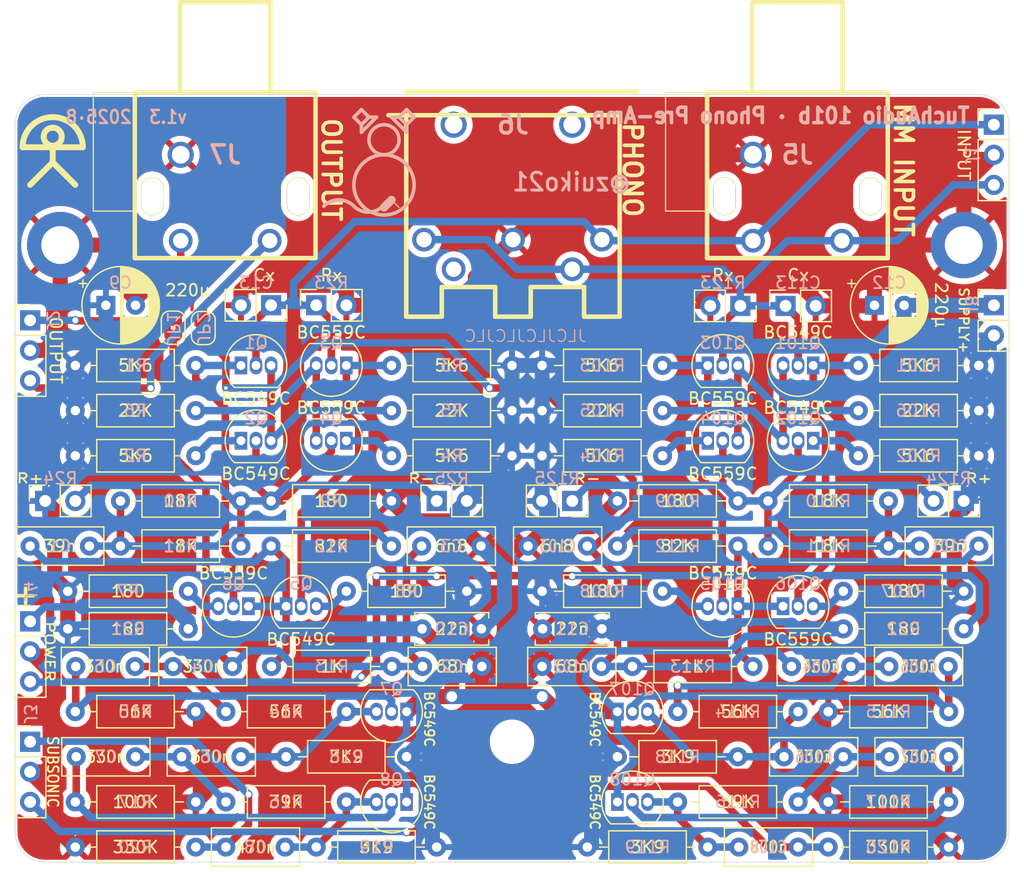
<source format=kicad_pcb>
(kicad_pcb (version 20240108) (generator "pcbnew") (generator_version "8.0")
  (title_block (title "TuchAudio 101b Phono Pre-Amp (w/Output RCA)") (date "2025-08-08") (rev "v1.4") (company "@zuiko21"))
  (layers (0 "F.Cu" signal) (31 "B.Cu" signal) (34 "B.Paste" user) (35 "F.Paste" user) (36 "B.SilkS" user "B.Silkscreen") (37 "F.SilkS" user "F.Silkscreen") (38 "B.Mask" user) (39 "F.Mask" user) (44 "Edge.Cuts" user))
  (net 0 "")
  (net 1 "/EQ")
  (net 2 "/BOOST")
  (net 3 "GND")
  (net 4 "/OUT")
  (net 5 "/SS1")
  (net 6 "/SS2")
  (net 7 "/SS3")
  (net 8 "/SE1")
  (net 9 "/SS4")
  (net 10 "/SUBS")
  (net 11 "/SE2")
  (net 12 "/F+9")
  (net 13 "/F-9")
  (net 14 "/IN")
  (net 15 "/BOOST'")
  (net 16 "/EQ'")
  (net 17 "/OUT'")
  (net 18 "/SS1'")
  (net 19 "/SS2'")
  (net 20 "/SS3'")
  (net 21 "/SE1'")
  (net 22 "/SS4'")
  (net 23 "/SE2'")
  (net 24 "/SUBS'")
  (net 25 "/IN'")
  (net 26 "-12V")
  (net 27 "+12V")
  (net 29 "/NEE")
  (net 30 "/NNC")
  (net 31 "/NFB")
  (net 32 "/NIC")
  (net 33 "/PNC")
  (net 34 "/PEE")
  (net 35 "/PIC")
  (net 36 "/NXE")
  (net 37 "/PXE")
  (net 38 "/NNC'")
  (net 39 "/NEE'")
  (net 40 "/NIC'")
  (net 41 "/NFB'")
  (net 42 "/PEE'")
  (net 43 "/PNC'")
  (net 44 "/PIC'")
  (net 45 "/NXE'")
  (net 46 "/PXE'")
  (net 47 "/L_OUT")
  (net 48 "/R_OUT")
  (footprint "Capacitor_THT:CP_Radial_D6.3mm_P2.50mm" (layer "F.Cu") (at 97.877621 43.18)
    (property "Reference" "C12")
    (property "Value" "220µ")
  )
  (footprint "MountingHole:MountingHole_3.2mm_M3_DIN965_Pad" (layer "F.Cu") (at 105.41 38.1)
    (property "Reference" "H2" (hide yes))
    (property "Value" "MountingHole_Pad" (hide yes))
  )
  (footprint "Resistor_THT:R_Axial_DIN0207_L6.3mm_D2.5mm_P10.16mm_Horizontal" (layer "F.Cu") (at 104.14 85.09 180)
    (property "Reference" "R117")
    (property "Value" "100K")
  )
  (footprint "Resistor_THT:R_Axial_DIN0207_L6.3mm_D2.5mm_P10.16mm_Horizontal" (layer "F.Cu") (at 86.36 63.5 180)
    (property "Reference" "R112")
    (property "Value" "82K")
  )
  (footprint "Jumper:SolderJumper-2_P1.3mm_Bridged2Bar_RoundedPad1.0x1.5mm" (layer "F.Cu") (at 41.275 45.1 90)
    (property "Reference" "JP2")
    (property "Value" "R_OUT" (hide yes))
  )
  (footprint "Connector_PinSocket_2.54mm:PinSocket_1x02_P2.54mm_Vertical" (layer "F.Cu") (at 50.8 43.18 90)
    (property "Reference" "R23")
    (property "Value" "Rx")
  )
  (footprint "Package_TO_SOT_THT:TO-92_Inline" (layer "F.Cu") (at 90.17 68.58)
    (property "Reference" "Q106")
    (property "Value" "BC559C")
  )
  (footprint "Resistor_THT:R_Axial_DIN0207_L6.3mm_D2.5mm_P10.16mm_Horizontal" (layer "F.Cu") (at 105.41 70.485 180)
    (property "Reference" "R22")
    (property "Value" "180")
  )
  (footprint "Resistor_THT:R_Axial_DIN0207_L6.3mm_D2.5mm_P10.16mm_Horizontal" (layer "F.Cu") (at 106.68 55.88 180)
    (property "Reference" "R102")
    (property "Value" "5K6")
  )
  (footprint "Connector_PinHeader_2.54mm:PinHeader_1x03_P2.54mm_Vertical" (layer "F.Cu") (at 26.67 69.85)
    (property "Reference" "J4")
    (property "Value" "POWER")
  )
  (footprint "Resistor_THT:R_Axial_DIN0207_L6.3mm_D2.5mm_P10.16mm_Horizontal" (layer "F.Cu") (at 30.48 88.9)
    (property "Reference" "R20")
    (property "Value" "330K")
  )
  (footprint "Capacitor_THT:C_Rect_L7.2mm_W3.0mm_P5.00mm_FKS2_FKP2_MKS2_MKP2" (layer "F.Cu") (at 35.56 81.28 180)
    (property "Reference" "C7")
    (property "Value" "330n")
  )
  (footprint "Package_TO_SOT_THT:TO-92_Inline" (layer "F.Cu") (at 58.42 85.09 180)
    (property "Reference" "Q8")
    (property "Value" "BC549C")
  )
  (footprint "Resistor_THT:R_Axial_DIN0207_L6.3mm_D2.5mm_P10.16mm_Horizontal" (layer "F.Cu") (at 80.01 48.26 180)
    (property "Reference" "R103")
    (property "Value" "5K6")
  )
  (footprint "durango:DIN 5-180deg" (layer "F.Cu") (at 58.39 27.14)
    (property "Reference" "J6")
    (property "Value" "PHONO")
  )
  (footprint "Resistor_THT:R_Axial_DIN0207_L6.3mm_D2.5mm_P10.16mm_Horizontal" (layer "F.Cu") (at 106.68 52.07 180)
    (property "Reference" "R106")
    (property "Value" "22K")
  )
  (footprint "Resistor_THT:R_Axial_DIN0207_L6.3mm_D2.5mm_P10.16mm_Horizontal" (layer "F.Cu") (at 57.15 48.26)
    (property "Reference" "R3")
    (property "Value" "5K6")
  )
  (footprint "MountingHole:MountingHole_3.2mm_M3_DIN965" (layer "F.Cu") (at 67.31 80.01)
    (property "Reference" "H3" (hide yes))
    (property "Value" "MountingHole" (hide yes))
  )
  (footprint "Package_TO_SOT_THT:TO-92_Inline" (layer "F.Cu") (at 92.71 48.26 180)
    (property "Reference" "Q101")
    (property "Value" "BC549C")
  )
  (footprint "Capacitor_THT:C_Rect_L7.2mm_W3.0mm_P5.00mm_FKS2_FKP2_MKS2_MKP2" (layer "F.Cu") (at 86.44 88.9)
    (property "Reference" "C108")
    (property "Value" "470n")
  )
  (footprint "Resistor_THT:R_Axial_DIN0207_L6.3mm_D2.5mm_P10.16mm_Horizontal" (layer "F.Cu") (at 40.005 70.485 180)
    (property "Reference" "R21")
    (property "Value" "180")
  )
  (footprint "Resistor_THT:R_Axial_DIN0207_L6.3mm_D2.5mm_P10.16mm_Horizontal" (layer "F.Cu") (at 30.48 77.47)
    (property "Reference" "R15")
    (property "Value" "56K")
  )
  (footprint "Package_TO_SOT_THT:TO-92_Inline" (layer "F.Cu") (at 53.34 48.26 180)
    (property "Reference" "Q3")
    (property "Value" "BC559C")
  )
  (footprint "Resistor_THT:R_Axial_DIN0207_L6.3mm_D2.5mm_P10.16mm_Horizontal" (layer "F.Cu") (at 83.82 88.9 180)
    (property "Reference" "R119")
    (property "Value" "3K9")
  )
  (footprint "Resistor_THT:R_Axial_DIN0207_L6.3mm_D2.5mm_P10.16mm_Horizontal" (layer "F.Cu") (at 30.48 52.07)
    (property "Reference" "R6")
    (property "Value" "22K")
  )
  (footprint "Connector_PinSocket_2.54mm:PinSocket_1x02_P2.54mm_Vertical" (layer "F.Cu") (at 105.41 59.69 -90)
    (property "Reference" "R124")
    (property "Value" "R+")
  )
  (footprint "Package_TO_SOT_THT:TO-92_Inline" (layer "F.Cu") (at 86.36 68.58 180)
    (property "Reference" "Q105")
    (property "Value" "BC549C")
  )
  (footprint "Resistor_THT:R_Axial_DIN0207_L6.3mm_D2.5mm_P10.16mm_Horizontal" (layer "F.Cu") (at 91.44 85.09 180)
    (property "Reference" "R116")
    (property "Value" "39K")
  )
  (footprint "Package_TO_SOT_THT:TO-92_Inline" (layer "F.Cu") (at 76.2 85.09)
    (property "Reference" "Q108")
    (property "Value" "BC549C")
  )
  (footprint "Resistor_THT:R_Axial_DIN0207_L6.3mm_D2.5mm_P10.16mm_Horizontal" (layer "F.Cu") (at 80.01 52.07 180)
    (property "Reference" "R105")
    (property "Value" "22K")
  )
  (footprint "Resistor_THT:R_Axial_DIN0207_L6.3mm_D2.5mm_P10.16mm_Horizontal" (layer "F.Cu") (at 57.15 55.88)
    (property "Reference" "R4")
    (property "Value" "5K6")
  )
  (footprint "Resistor_THT:R_Axial_DIN0207_L6.3mm_D2.5mm_P10.16mm_Horizontal" (layer "F.Cu") (at 104.14 77.47 180)
    (property "Reference" "R115")
    (property "Value" "56K")
  )
  (footprint "Capacitor_THT:C_Disc_D6.0mm_W2.5mm_P5.00mm" (layer "F.Cu") (at 69.89 70.485)
    (property "Reference" "C11")
    (property "Value" "22n")
  )
  (footprint "Capacitor_THT:C_Rect_L7.2mm_W3.0mm_P5.00mm_FKS2_FKP2_MKS2_MKP2" (layer "F.Cu") (at 48.18 88.9 180)
    (property "Reference" "C8")
    (property "Value" "470n")
  )
  (footprint "Resistor_THT:R_Axial_DIN0207_L6.3mm_D2.5mm_P10.16mm_Horizontal" (layer "F.Cu") (at 99.06 63.5 180)
    (property "Reference" "R111")
    (property "Value" "18K")
  )
  (footprint "Resistor_THT:R_Axial_DIN0207_L6.3mm_D2.5mm_P10.16mm_Horizontal" (layer "F.Cu") (at 81.28 77.47)
    (property "Reference" "R114")
    (property "Value" "56K")
  )
  (footprint "MountingHole:MountingHole_3.2mm_M3_DIN965_Pad" (layer "F.Cu") (at 29.21 38.1)
    (property "Reference" "H1" (hide yes))
    (property "Value" "MountingHole_Pad" (hide yes))
  )
  (footprint "Package_TO_SOT_THT:TO-92_Inline" (layer "F.Cu") (at 92.71 54.61 180)
    (property "Reference" "Q102")
    (property "Value" "BC549C")
  )
  (footprint "Capacitor_THT:C_Rect_L7.2mm_W3.0mm_P5.00mm_FKS2_FKP2_MKS2_MKP2" (layer "F.Cu") (at 31.67 63.5 180)
    (property "Reference" "C1")
    (property "Value" "39n")
  )
  (footprint "Resistor_THT:R_Axial_DIN0207_L6.3mm_D2.5mm_P10.16mm_Horizontal" (layer "F.Cu") (at 43.18 77.47)
    (property "Reference" "R14")
    (property "Value" "56K")
  )
  (footprint "Capacitor_THT:C_Rect_L7.2mm_W3.0mm_P5.00mm_FKS2_FKP2_MKS2_MKP2" (layer "F.Cu") (at 90.885 73.66)
    (property "Reference" "C104")
    (property "Value" "330n")
  )
  (footprint "durango:2xRCA_vertical" (layer "F.Cu") (at 48.2 25.23 180)
    (property "Reference" "J7")
    (property "Value" "OUTPUT")
  )
  (footprint "Capacitor_THT:C_Rect_L7.2mm_W3.0mm_P5.00mm_FKS2_FKP2_MKS2_MKP2" (layer "F.Cu") (at 59.69 63.5)
    (property "Reference" "C3")
    (property "Value" "6n8")
  )
  (footprint "Resistor_THT:R_Axial_DIN0207_L6.3mm_D2.5mm_P10.16mm_Horizontal" (layer "F.Cu") (at 57.15 52.07)
    (property "Reference" "R5")
    (property "Value" "22K")
  )
  (footprint "Connector_PinSocket_2.54mm:PinSocket_1x02_P2.54mm_Vertical" (layer "F.Cu") (at 72.39 59.69 -90)
    (property "Reference" "R125")
    (property "Value" "R-")
  )
  (footprint "Package_TO_SOT_THT:TO-92_Inline" (layer "F.Cu") (at 83.82 48.26)
    (property "Reference" "Q103")
    (property "Value" "BC559C")
  )
  (footprint "Resistor_THT:R_Axial_DIN0207_L6.3mm_D2.5mm_P10.16mm_Horizontal" (layer "F.Cu") (at 57.15 59.69 180)
    (property "Reference" "R9")
    (property "Value" "180")
  )
  (footprint "Resistor_THT:R_Axial_DIN0207_L6.3mm_D2.5mm_P10.16mm_Horizontal" (layer "F.Cu") (at 53.34 67.31)
    (property "Reference" "R8")
    (property "Value" "180")
  )
  (footprint "Jumper:SolderJumper-2_P1.3mm_Bridged2Bar_RoundedPad1.0x1.5mm" (layer "F.Cu") (at 38.735 45.07 90)
    (property "Reference" "JP1")
    (property "Value" "L_OUT" (hide yes))
  )
  (footprint "Capacitor_THT:C_Rect_L7.2mm_W3.0mm_P5.00mm_FKS2_FKP2_MKS2_MKP2" (layer "F.Cu") (at 35.52 73.66 180)
    (property "Reference" "C5")
    (property "Value" "330n")
  )
  (footprint "Connector_PinHeader_2.54mm:PinHeader_1x03_P2.54mm_Vertical" (layer "F.Cu") (at 26.67 44.45)
    (property "Reference" "J2")
    (property "Value" "OUTPUT")
  )
  (footprint "Connector_PinSocket_2.54mm:PinSocket_1x02_P2.54mm_Vertical" (layer "F.Cu") (at 86.57 43.23 -90)
    (property "Reference" "R123")
    (property "Value" "Rx")
  )
  (footprint "Resistor_THT:R_Axial_DIN0207_L6.3mm_D2.5mm_P10.16mm_Horizontal" (layer "F.Cu") (at 80.01 67.31 180)
    (property "Reference" "R108")
    (property "Value" "180")
  )
  (footprint "Capacitor_THT:C_Rect_L7.2mm_W3.0mm_P5.00mm_FKS2_FKP2_MKS2_MKP2" (layer "F.Cu") (at 90.25 81.28)
    (property "Reference" "C106")
    (property "Value" "330n")
  )
  (footprint "Capacitor_THT:CP_Radial_D6.3mm_P2.50mm" (layer "F.Cu") (at 33.06 43.18)
    (property "Reference" "C9")
    (property "Value" "220µ")
  )
  (footprint "Package_TO_SOT_THT:TO-92_Inline" (layer "F.Cu") (at 53.34 54.61 180)
    (property "Reference" "Q4")
    (property "Value" "BC559C")
  )
  (footprint "Resistor_THT:R_Axial_DIN0207_L6.3mm_D2.5mm_P10.16mm_Horizontal" (layer "F.Cu") (at 46.99 63.5)
    (property "Reference" "R12")
    (property "Value" "82K")
  )
  (footprint "durango:2xRCA_vertical" (layer "F.Cu") (at 96.46 25.23 180)
    (property "Reference" "J5")
    (property "Value" "MM INPUT")
  )
  (footprint "Resistor_THT:R_Axial_DIN0207_L6.3mm_D2.5mm_P10.16mm_Horizontal" (layer "F.Cu") (at 104.14 88.9 180)
    (property "Reference" "R120")
    (property "Value" "330K")
  )
  (footprint "Resistor_THT:R_Axial_DIN0207_L6.3mm_D2.5mm_P10.16mm_Horizontal" (layer "F.Cu") (at 34.29 59.69)
    (property "Reference" "R10")
    (property "Value" "18K")
  )
  (footprint "Package_TO_SOT_THT:TO-92_Inline" (layer "F.Cu") (at 58.42 77.47 180)
    (property "Reference" "Q7")
    (property "Value" "BC549C")
  )
  (footprint "Resistor_THT:R_Axial_DIN0207_L6.3mm_D2.5mm_P10.16mm_Horizontal" (layer "F.Cu") (at 50.8 88.9)
    (property "Reference" "R19")
    (property "Value" "3K9")
  )
  (footprint "Capacitor_THT:C_Rect_L7.2mm_W3.0mm_P5.00mm_FKS2_FKP2_MKS2_MKP2" (layer "F.Cu") (at 73.66 63.5 180)
    (property "Reference" "C103")
    (property "Value" "6n8")
  )
  (footprint "Package_TO_SOT_THT:TO-92_Inline" (layer "F.Cu") (at 83.82 54.61)
    (property "Reference" "Q104")
    (property "Value" "BC559C")
  )
  (footprint "Connector_PinSocket_2.54mm:PinSocket_1x02_P2.54mm_Vertical" (layer "F.Cu") (at 27.94 59.69 90)
    (property "Reference" "R24")
    (property "Value" "R+")
  )
  (footprint "Package_TO_SOT_THT:TO-92_Inline" (layer "F.Cu") (at 44.45 54.61)
    (property "Reference" "Q2")
    (property "Value" "BC549C")
  )
  (footprint "Capacitor_THT:C_Rect_L7.2mm_W3.0mm_P5.00mm_FKS2_FKP2_MKS2_MKP2" (layer "F.Cu") (at 59.77 73.66)
    (property "Reference" "C2")
    (property "Value" "68n")
  )
  (footprint "Resistor_THT:R_Axial_DIN0207_L6.3mm_D2.5mm_P10.16mm_Horizontal" (layer "F.Cu") (at 86.36 81.28 180)
    (property "Reference" "R118")
    (property "Value" "3K9")
  )
  (footprint "Package_TO_SOT_THT:TO-92_Inline" (layer "F.Cu") (at 45.085 68.58 180)
    (property "Reference" "Q6")
    (property "Value" "BC559C")
  )
  (footprint "Connector_PinSocket_2.54mm:PinSocket_1x02_P2.54mm_Vertical" (layer "F.Cu") (at 60.96 59.69 90)
    (property "Reference" "R25")
    (property "Value" "R-")
  )
  (footprint "Resistor_THT:R_Axial_DIN0207_L6.3mm_D2.5mm_P10.16mm_Horizontal" (layer "F.Cu") (at 76.2 59.69)
    (property "Reference" "R109")
    (property "Value" "180")
  )
  (footprint "Package_TO_SOT_THT:TO-92_Inline" (layer "F.Cu") (at 48.26 68.58)
    (property "Reference" "Q5")
    (property "Value" "BC549C")
  )
  (footprint "Package_TO_SOT_THT:TO-92_Inline" (layer "F.Cu") (at 44.45 48.26)
    (property "Reference" "Q1")
    (property "Value" "BC549C")
  )
  (footprint "Package_TO_SOT_THT:TO-92_Inline" (layer "F.Cu") (at 76.2 77.47)
    (property "Reference" "Q107")
    (property "Value" "BC549C")
  )
  (footprint "Capacitor_THT:C_Rect_L7.2mm_W3.0mm_P5.00mm_FKS2_FKP2_MKS2_MKP2" (layer "F.Cu") (at 99.1 73.66)
    (property "Reference" "C105")
    (property "Value" "330n")
  )
  (footprint "Resistor_THT:R_Axial_DIN0207_L6.3mm_D2.5mm_P10.16mm_Horizontal" (layer "F.Cu") (at 80.01 55.88 180)
    (property "Reference" "R104")
    (property "Value" "5K6")
  )
  (footprint "Resistor_THT:R_Axial_DIN0207_L6.3mm_D2.5mm_P10.16mm_Horizontal" (layer "F.Cu") (at 29.845 67.31)
    (property "Reference" "R7")
    (property "Value" "180")
  )
  (footprint "Connector_PinHeader_2.54mm:PinHeader_1x02_P2.54mm_Vertical" (layer "F.Cu") (at 107.95 43.18)
    (property "Reference" "J8")
    (property "Value" "SUPPLY+")
  )
  (footprint "Capacitor_THT:C_Disc_D6.0mm_W2.5mm_P5.00mm" (layer "F.Cu") (at 64.73 70.485 180)
    (property "Reference" "C10")
    (property "Value" "22n")
  )
  (footprint "Resistor_THT:R_Axial_DIN0207_L6.3mm_D2.5mm_P10.16mm_Horizontal" (layer "F.Cu") (at 106.68 48.26 180)
    (property "Reference" "R101")
    (property "Value" "5K6")
  )
  (footprint "Resistor_THT:R_Axial_DIN0207_L6.3mm_D2.5mm_P10.16mm_Horizontal" (layer "F.Cu") (at 57.19 73.66 180)
    (property "Reference" "R13")
    (property "Value" "1K")
  )
  (footprint "Resistor_THT:R_Axial_DIN0207_L6.3mm_D2.5mm_P10.16mm_Horizontal" (layer "F.Cu") (at 105.41 67.31 180)
    (property "Reference" "R107")
    (property "Value" "180")
  )
  (footprint "Capacitor_THT:C_Rect_L7.2mm_W3.0mm_P5.00mm_FKS2_FKP2_MKS2_MKP2" (layer "F.Cu") (at 99.14 81.28)
    (property "Reference" "C107")
    (property "Value" "330n")
  )
  (footprint "Resistor_THT:R_Axial_DIN0207_L6.3mm_D2.5mm_P10.16mm_Horizontal" (layer "F.Cu") (at 43.18 85.09)
    (property "Reference" "R16")
    (property "Value" "39K")
  )
  (footprint "Connector_PinHeader_2.54mm:PinHeader_1x03_P2.54mm_Vertical" (layer "F.Cu") (at 26.67 80.01)
    (property "Reference" "J3")
    (property "Value" "SUBSONIC")
  )
  (footprint "Resistor_THT:R_Axial_DIN0207_L6.3mm_D2.5mm_P10.16mm_Horizontal" (layer "F.Cu") (at 30.48 85.09)
    (property "Reference" "R17")
    (property "Value" "100K")
  )
  (footprint "Capacitor_THT:C_Rect_L7.2mm_W3.0mm_P5.00mm_FKS2_FKP2_MKS2_MKP2" (layer "F.Cu") (at 74.85 73.66 180)
    (property "Reference" "C102")
    (property "Value" "68n")
  )
  (footprint "Resistor_THT:R_Axial_DIN0207_L6.3mm_D2.5mm_P10.16mm_Horizontal" (layer "F.Cu") (at 30.48 48.26)
    (property "Reference" "R1")
    (property "Value" "5K6")
  )
  (footprint "Resistor_THT:R_Axial_DIN0207_L6.3mm_D2.5mm_P10.16mm_Horizontal" (layer "F.Cu") (at 77.47 73.66)
    (property "Reference" "R113")
    (property "Value" "1K")
  )
  (footprint "Connector_PinSocket_2.54mm:PinSocket_1x02_P2.54mm_Vertical" (layer "F.Cu") (at 46.99 43.18 -90)
    (property "Reference" "C13")
    (property "Value" "Cx")
  )
  (footprint "Connector_PinHeader_2.54mm:PinHeader_1x03_P2.54mm_Vertical" (layer "F.Cu") (at 107.95 27.94)
    (property "Reference" "J1")
    (property "Value" "INPUT")
  )
  (footprint "Resistor_THT:R_Axial_DIN0207_L6.3mm_D2.5mm_P10.16mm_Horizontal" (layer "F.Cu") (at 99.06 59.69 180)
    (property "Reference" "R110")
    (property "Value" "18K")
  )
  (footprint "Capacitor_THT:C_Rect_L7.2mm_W3.0mm_P5.00mm_FKS2_FKP2_MKS2_MKP2" (layer "F.Cu") (at 44.45 81.28 180)
    (property "Reference" "C6")
    (property "Value" "330n")
  )
  (footprint "Capacitor_THT:C_Rect_L7.2mm_W3.0mm_P5.00mm_FKS2_FKP2_MKS2_MKP2" (layer "F.Cu") (at 43.735 73.66 180)
    (property "Reference" "C4")
    (property "Value" "330n")
  )
  (footprint "Capacitor_THT:C_Rect_L7.2mm_W3.0mm_P5.00mm_FKS2_FKP2_MKS2_MKP2" (layer "F.Cu") (at 101.68 63.5)
    (property "Reference" "C101")
    (property "Value" "39n")
  )
  (footprint "Resistor_THT:R_Axial_DIN0207_L6.3mm_D2.5mm_P10.16mm_Horizontal" (layer "F.Cu") (at 34.29 63.5)
    (property "Reference" "R11")
    (property "Value" "18K")
  )
  (footprint "Resistor_THT:R_Axial_DIN0207_L6.3mm_D2.5mm_P10.16mm_Horizontal" (layer "F.Cu") (at 48.26 81.28)
    (property "Reference" "R18")
    (property "Value" "3K9")
  )
  (footprint "Connector_PinSocket_2.54mm:PinSocket_1x02_P2.54mm_Vertical" (layer "F.Cu") (at 90.38 43.23 90)
    (property "Reference" "C113")
    (property "Value" "Cx")
  )
  (footprint "Resistor_THT:R_Axial_DIN0207_L6.3mm_D2.5mm_P10.16mm_Horizontal" (layer "F.Cu") (at 30.48 55.88)
    (property "Reference" "R2")
    (property "Value" "5K6")
  )
  (gr_line (start 57.15 34.29) (end 57.785 34.925) (stroke (width 0.1)) (layer "B.SilkS"))
  (gr_arc (start 56.461746 34.760356) (mid 55.230261 35.319643) (end 53.975 34.816051) (stroke (width 0.3)) (layer "B.SilkS"))
  (gr_line (start 58.42 27.94) (end 59.055 27.305) (stroke (width 0.3)) (layer "B.SilkS"))
  (gr_line (start 58.42 28.575) (end 58.42 27.94) (stroke (width 0.3)) (layer "B.SilkS"))
  (gr_arc (start 51.435 34.816051) (mid 52.705 34.29) (end 53.975 34.816051) (stroke (width 0.3)) (layer "B.SilkS"))
  (gr_line (start 59.055 27.305) (end 58.42 26.67) (stroke (width 0.3)) (layer "B.SilkS"))
  (gr_line (start 57.785 27.305) (end 58.42 27.94) (stroke (width 0.3)) (layer "B.SilkS"))
  (gr_line (start 53.975 27.305) (end 54.61 26.67) (stroke (width 0.3)) (layer "B.SilkS"))
  (gr_line (start 58.42 26.67) (end 57.785 27.305) (stroke (width 0.3)) (layer "B.SilkS"))
  (gr_line (start 54.61 26.67) (end 55.245 27.305) (stroke (width 0.3)) (layer "B.SilkS"))
  (gr_line (start 54.61 27.94) (end 54.61 28.575) (stroke (width 0.3)) (layer "B.SilkS"))
  (gr_circle (center 56.515 33.02) (end 59.055 33.02) (stroke (width 0.3)) (fill none) (layer "B.SilkS"))
  (gr_line (start 54.61 28.575) (end 55.88 27.305) (stroke (width 0.3)) (layer "B.SilkS"))
  (gr_line (start 56.515 34.925) (end 57.15 34.29) (stroke (width 0.7) (type dash_dot_dot)) (layer "B.SilkS"))
  (gr_line (start 57.785 27.305) (end 57.15 27.305) (stroke (width 0.3)) (layer "B.SilkS"))
  (gr_line (start 57.785 27.94) (end 58.42 28.575) (stroke (width 0.3)) (layer "B.SilkS"))
  (gr_line (start 57.15 27.305) (end 57.785 27.94) (stroke (width 0.3)) (layer "B.SilkS"))
  (gr_line (start 55.88 27.305) (end 55.245 27.305) (stroke (width 0.3)) (layer "B.SilkS"))
  (gr_circle (center 56.515 29.21) (end 57.785 29.21) (stroke (width 0.3)) (fill none) (layer "B.SilkS"))
  (gr_line (start 55.245 27.305) (end 54.61 27.94) (stroke (width 0.3)) (layer "B.SilkS"))
  (gr_line (start 54.61 27.94) (end 53.975 27.305) (stroke (width 0.3)) (layer "B.SilkS"))
  (gr_line (start 25.654 67.691) (end 26.924 67.691) (stroke (width 0.3)) (layer "F.SilkS"))
  (gr_arc (start 26.035 29.845) (mid 28.575 27.305) (end 31.115 29.845) (stroke (width 0.5)) (layer "F.SilkS"))
  (gr_line (start 26.035 29.845) (end 31.115 29.845) (stroke (width 0.5)) (layer "F.SilkS"))
  (gr_line (start 26.289 67.056) (end 26.289 68.326) (stroke (width 0.3)) (layer "F.SilkS"))
  (gr_line (start 28.575 31.115) (end 26.67 33.02) (stroke (width 0.5)) (layer "F.SilkS"))
  (gr_line (start 28.575 29.845) (end 28.575 31.115) (stroke (width 0.5)) (layer "F.SilkS"))
  (gr_circle (center 28.575 28.956) (end 29.337 28.956) (stroke (width 0.5)) (fill none) (layer "F.SilkS"))
  (gr_line (start 28.575 31.115) (end 30.48 33.02) (stroke (width 0.5)) (layer "F.SilkS"))
  (gr_arc (start 106.68 25.4) (mid 108.476051 26.143949) (end 109.22 27.94) (stroke (width 0.05)) (layer "Edge.Cuts"))
  (gr_arc (start 109.22 87.63) (mid 108.476051 89.426051) (end 106.68 90.17) (stroke (width 0.05)) (layer "Edge.Cuts"))
  (gr_arc (start 27.94 90.17) (mid 26.143949 89.426051) (end 25.4 87.63) (stroke (width 0.05)) (layer "Edge.Cuts"))
  (gr_line (start 27.94 90.17) (end 106.68 90.17) (stroke (width 0.05)) (layer "Edge.Cuts"))
  (gr_line (start 109.22 27.94) (end 109.22 87.63) (stroke (width 0.05)) (layer "Edge.Cuts"))
  (gr_line (start 25.4 87.63) (end 25.4 27.94) (stroke (width 0.05)) (layer "Edge.Cuts"))
  (gr_arc (start 25.4 27.94) (mid 26.143949 26.143949) (end 27.94 25.4) (stroke (width 0.05)) (layer "Edge.Cuts"))
  (gr_line (start 27.94 25.4) (end 106.68 25.4) (stroke (width 0.05)) (layer "Edge.Cuts"))
  (gr_text "@zuiko21" (at 77.47 33.655 0) (layer "B.SilkS") (effects (font (size 1.5 1.4) (thickness 0.25) (bold yes)) (justify left bottom mirror)))
  (gr_text "TuchAudio 101b · Phono Pre-Amp" (at 106.045 27.94 0) (layer "B.SilkS") (effects (font (size 1.3 1.2) (thickness 0.3) (bold yes)) (justify left bottom mirror)))
  (gr_text "v1.3  2025·8" (at 40.005 27.94 0) (layer "B.SilkS") (effects (font (size 1.1 1) (thickness 0.2) (bold yes)) (justify left bottom mirror)))
  (gr_text "JLCJLCJLCJLC" (at 73.66 46.355 0) (layer "B.SilkS") (effects (font (size 1 1) (thickness 0.1)) (justify left bottom mirror)))
  (segment (start 34.29 63.5) (end 34.29 59.69) (width 0.635) (layer "F.Cu") (net 1))
  (segment (start 57.15 63.5) (end 55.8325 62.1825) (width 0.635) (layer "B.Cu") (net 1))
  (segment (start 42.4975 63.5) (end 43.815 62.1825) (width 0.635) (layer "B.Cu") (net 1))
  (segment (start 55.8325 62.1825) (end 43.815 62.1825) (width 0.635) (layer "B.Cu") (net 1))
  (segment (start 34.29 63.5) (end 42.4975 63.5) (width 0.635) (layer "B.Cu") (net 1))
  (segment (start 34.29 63.5) (end 31.67 63.5) (width 0.635) (layer "B.Cu") (net 1))
  (segment (start 48.26 68.58) (end 48.26 64.77) (width 0.635) (layer "F.Cu") (net 2))
  (segment (start 48.26 64.77) (end 46.99 63.5) (width 0.635) (layer "F.Cu") (net 2))
  (segment (start 48.3075 68.5325) (end 48.26 68.58) (width 0.635) (layer "F.Cu") (net 2))
  (segment (start 48.26 72.43) (end 47.03 73.66) (width 0.635) (layer "F.Cu") (net 2))
  (segment (start 48.26 68.58) (end 48.26 72.43) (width 0.635) (layer "F.Cu") (net 2))
  (segment (start 45.085 68.58) (end 48.26 68.58) (width 0.635) (layer "B.Cu") (net 2))
  (segment (start 27.9875 64.8175) (end 45.6725 64.8175) (width 0.635) (layer "B.Cu") (net 2))
  (segment (start 26.67 63.5) (end 27.9875 64.8175) (width 0.635) (layer "B.Cu") (net 2))
  (segment (start 45.6725 64.8175) (end 46.99 63.5) (width 0.635) (layer "B.Cu") (net 2))
  (segment (start 64.77 80.645) (end 64.77 79.375) (width 1.27) (layer "F.Cu") (net 3))
  (segment (start 71.231747 79.645) (end 82.41276 79.645) (width 1.27) (layer "F.Cu") (net 3))
  (segment (start 64.225 40.805) (end 67.39 37.64) (width 1.27) (layer "F.Cu") (net 3))
  (segment (start 93.180001 82.55) (end 92.815001 82.915) (width 1.27) (layer "F.Cu") (net 3))
  (segment (start 44.45 41.977919) (end 44.932919 41.495) (width 1.27) (layer "F.Cu") (net 3))
  (segment (start 30.48 88.9) (end 28.845 87.265) (width 1.27) (layer "F.Cu") (net 3))
  (segment (start 40.64 77.47) (end 42.545 79.375) (width 1.27) (layer "F.Cu") (net 3))
  (segment (start 26.67 46.99) (end 27.872081 46.99) (width 1.27) (layer "F.Cu") (net 3))
  (segment (start 52.857081 41.495) (end 53.34 41.977919) (width 1.27) (layer "F.Cu") (net 3))
  (segment (start 35.56 40.490203) (end 35.56 43.18) (width 1.27) (layer "F.Cu") (net 3))
  (segment (start 97.877621 43.18) (end 97.877621 40.552379) (width 1.27) (layer "F.Cu") (net 3))
  (segment (start 62.955 43.18) (end 64.225 44.45) (width 1.27) (layer "F.Cu") (net 3))
  (segment (start 63.5 79.375) (end 64.77 78.105) (width 1.27) (layer "F.Cu") (net 3))
  (segment (start 81.93 30.48) (end 87.63 30.48) (width 1.27) (layer "F.Cu") (net 3))
  (segment (start 84.03 42.027919) (end 84.512919 41.545) (width 1.27) (layer "F.Cu") (net 3))
  (segment (start 63.5 79.375) (end 64.77 80.645) (width 1.27) (layer "F.Cu") (net 3))
  (segment (start 29.21 45.652081) (end 29.21 38.1) (width 1.27) (layer "F.Cu") (net 3))
  (segment (start 92.815001 82.915) (end 92.075 82.915) (width 1.27) (layer "F.Cu") (net 3))
  (segment (start 100.33 85.09) (end 104.14 88.9) (width 1.27) (layer "F.Cu") (net 3))
  (segment (start 91.71 41.545) (end 92.92 42.755) (width 1.27) (layer "F.Cu") (net 3))
  (segment (start 53.34 41.977919) (end 53.34 43.18) (width 1.27) (layer "F.Cu") (net 3))
  (segment (start 64.225 43.18) (end 64.225 41.91) (width 1.27) (layer "F.Cu") (net 3))
  (segment (start 67.961747 82.915) (end 71.231747 79.645) (width 1.27) (layer "F.Cu") (net 3))
  (segment (start 33.169797 38.1) (end 35.56 40.490203) (width 1.27) (layer "F.Cu") (net 3))
  (segment (start 93.180001 84.290001) (end 93.180001 82.55) (width 1.27) (layer "F.Cu") (net 3))
  (segment (start 62.565 61.375) (end 58.835 61.375) (width 1.27) (layer "F.Cu") (net 3))
  (segment (start 64.225 44.45) (end 64.225 43.18) (width 1.27) (layer "F.Cu") (net 3))
  (segment (start 66.484126 82.740874) (end 67.31 83.566747) (width 1.27) (layer "F.Cu") (net 3))
  (segment (start 26.67 82.55) (end 27.872081 82.55) (width 1.27) (layer "F.Cu") (net 3))
  (segment (start 41.439999 78.269999) (end 40.64 77.47) (width 1.27) (layer "F.Cu") (net 3))
  (segment (start 93.180001 81.915) (end 93.180001 78.269999) (width 1.27) (layer "F.Cu") (net 3))
  (segment (start 62.865 43.18) (end 64.225 43.18) (width 1.27) (layer "F.Cu") (net 3))
  (segment (start 92.075 83.185) (end 92.075 83.020001) (width 1.27) (layer "F.Cu") (net 3))
  (segment (start 68.66 63.5) (end 70.295 61.865) (width 1.27) (layer "F.Cu") (net 3))
  (segment (start 70.295 61.865) (end 74.025 61.865) (width 1.27) (layer "F.Cu") (net 3))
  (segment (start 27.872081 82.55) (end 28.355 82.067081) (width 1.27) (layer "F.Cu") (net 3))
  (segment (start 76.605 35.805) (end 84.03 43.23) (width 1.27) (layer "F.Cu") (net 3))
  (segment (start 92.075 82.915) (end 92.075 83.185) (width 1.27) (layer "F.Cu") (net 3))
  (segment (start 93.180001 82.55) (end 93.180001 81.915) (width 1.27) (layer "F.Cu") (net 3))
  (segment (start 64.77 73.66) (end 69.85 73.66) (width 1.27) (layer "F.Cu") (net 3))
  (segment (start 67.39 37.64) (end 69.225 35.805) (width 1.27) (layer "F.Cu") (net 3))
  (segment (start 44.45 43.18) (end 44.45 41.977919) (width 1.27) (layer "F.Cu") (net 3))
  (segment (start 40.64 85.09) (end 41.439999 84.290001) (width 1.27) (layer "F.Cu") (net 3))
  (segment (start 84.512919 41.545) (end 91.71 41.545) (width 1.27) (layer "F.Cu") (net 3))
  (segment (start 69.85 70.525) (end 69.89 70.485) (width 1.27) (layer "F.Cu") (net 3))
  (segment (start 40.64 85.09) (end 34.29 85.09) (width 1.27) (layer "F.Cu") (net 3))
  (segment (start 82.41276 79.645) (end 85.68276 82.915) (width 1.27) (layer "F.Cu") (net 3))
  (segment (start 92.075 83.185) (end 93.180001 84.290001) (width 1.27) (layer "F.Cu") (net 3))
  (segment (start 42.545 79.375) (end 63.5 79.375) (width 1.27) (layer "F.Cu") (net 3))
  (segment (start 28.845 84.725) (end 26.67 82.55) (width 1.27) (layer "F.Cu") (net 3))
  (segment (start 92.92 42.755) (end 92.92 43.23) (width 1.27) (layer "F.Cu") (net 3))
  (segment (start 29.21 38.1) (end 33.169797 38.1) (width 1.27) (layer "F.Cu") (net 3))
  (segment (start 64.77 73.66) (end 64.77 70.525) (width 1.27) (layer "F.Cu") (net 3))
  (segment (start 28.355 74.075) (end 26.67 72.39) (width 1.27) (layer "F.Cu") (net 3))
  (segment (start 100.33 38.1) (end 105.41 38.1) (width 1.27) (layer "F.Cu") (net 3))
  (segment (start 66.484126 82.740874) (end 66.658252 82.915) (width 1.27) (layer "F.Cu") (net 3))
  (segment (start 92.92 43.23) (end 97.827621 43.23) (width 1.27) (layer "F.Cu") (net 3))
  (segment (start 85.68276 82.915) (end 92.075 82.915) (width 1.27) (layer "F.Cu") (net 3))
  (segment (start 74.025 61.865) (end 76.2 59.69) (width 1.27) (layer "F.Cu") (net 3))
  (segment (start 105.41 38.1) (end 105.41 33.02) (width 1.27) (layer "F.Cu") (net 3))
  (segment (start 63.5 79.375) (end 64.77 79.375) (width 1.27) (layer "F.Cu") (net 3))
  (segment (start 64.225 41.91) (end 64.225 40.805) (width 1.27) (layer "F.Cu") (net 3))
  (segment (start 76.605 35.805) (end 81.93 30.48) (width 1.27) (layer "F.Cu") (net 3))
  (segment (start 58.835 61.375) (end 57.15 59.69) (width 1.27) (layer "F.Cu") (net 3))
  (segment (start 34.29 85.09) (end 30.48 88.9) (width 1.27) (layer "F.Cu") (net 3))
  (segment (start 69.225 35.805) (end 76.605 35.805) (width 1.27) (layer "F.Cu") (net 3))
  (segment (start 93.180001 78.269999) (end 93.98 77.47) (width 1.27) (layer "F.Cu") (net 3))
  (segment (start 64.77 80.645) (end 64.77 81.026747) (width 1.27) (layer "F.Cu") (net 3))
  (segment (start 53.34 43.18) (end 62.865 43.18) (width 1.27) (layer "F.Cu") (net 3))
  (segment (start 97.877621 40.552379) (end 100.33 38.1) (width 1.27) (layer "F.Cu") (net 3))
  (segment (start 28.845 87.265) (end 28.845 84.725) (width 1.27) (layer "F.Cu") (net 3))
  (segment (start 64.69 63.5) (end 68.66 63.5) (width 1.27) (layer "F.Cu") (net 3))
  (segment (start 41.439999 84.290001) (end 41.439999 78.269999) (width 1.27) (layer "F.Cu") (net 3))
  (segment (start 93.98 85.09) (end 100.33 85.09) (width 1.27) (layer "F.Cu") (net 3))
  (segment (start 62.955 43.18) (end 64.225 41.91) (width 1.27) (layer "F.Cu") (net 3))
  (segment (start 64.69 63.5) (end 62.565 61.375) (width 1.27) (layer "F.Cu") (net 3))
  (segment (start 93.98 85.09) (end 93.180001 84.290001) (width 1.27) (layer "F.Cu") (net 3))
  (segment (start 27.872081 46.99) (end 29.21 45.652081) (width 1.27) (layer "F.Cu") (net 3))
  (segment (start 66.658252 82.915) (end 67.961747 82.915) (width 1.27) (layer "F.Cu") (net 3))
  (segment (start 84.03 43.23) (end 84.03 42.027919) (width 1.27) (layer "F.Cu") (net 3))
  (segment (start 105.41 33.02) (end 107.95 30.48) (width 1.27) (layer "F.Cu") (net 3))
  (segment (start 64.77 70.525) (end 64.73 70.485) (width 1.27) (layer "F.Cu") (net 3))
  (segment (start 67.961747 82.915) (end 67.31 83.566747) (width 1.27) (layer "F.Cu") (net 3))
  (segment (start 64.77 78.105) (end 64.77 73.66) (width 1.27) (layer "F.Cu") (net 3))
  (segment (start 92.075 83.020001) (end 93.180001 81.915) (width 1.27) (layer "F.Cu") (net 3))
  (segment (start 69.85 73.66) (end 69.85 70.525) (width 1.27) (layer "F.Cu") (net 3))
  (segment (start 57.15 59.69) (end 64.225 52.615) (width 1.27) (layer "F.Cu") (net 3))
  (segment (start 64.225 52.615) (end 64.225 44.45) (width 1.27) (layer "F.Cu") (net 3))
  (segment (start 97.827621 43.23) (end 97.877621 43.18) (width 1.27) (layer "F.Cu") (net 3))
  (segment (start 28.355 82.067081) (end 28.355 74.075) (width 1.27) (layer "F.Cu") (net 3))
  (segment (start 44.932919 41.495) (end 52.857081 41.495) (width 1.27) (layer "F.Cu") (net 3))
  (segment (start 64.77 79.375) (end 64.77 78.105) (width 1.27) (layer "F.Cu") (net 3))
  (segment (start 64.77 81.026747) (end 66.484126 82.740874) (width 1.27) (layer "F.Cu") (net 3))
  (segment (start 62.865 43.18) (end 62.955 43.18) (width 1.27) (layer "F.Cu") (net 3))
  (segment (start 66.675 68.54) (end 66.675 65.405) (width 1.27) (layer "B.Cu") (net 3))
  (segment (start 66.675 65.405) (end 66.595 65.405) (width 1.27) (layer "B.Cu") (net 3))
  (segment (start 64.73 70.485) (end 66.675 68.54) (width 1.27) (layer "B.Cu") (net 3))
  (segment (start 66.595 65.405) (end 64.69 63.5) (width 1.27) (layer "B.Cu") (net 3))
  (segment (start 59.77 73.66) (end 58.4125 72.3025) (width 0.635) (layer "F.Cu") (net 4))
  (segment (start 41.5025 58.6475) (end 38.735 55.88) (width 0.635) (layer "F.Cu") (net 4))
  (segment (start 58.4125 64.7775) (end 59.69 63.5) (width 0.635) (layer "F.Cu") (net 4))
  (segment (start 41.5025 71.4275) (end 41.5025 63.596595) (width 0.635) (layer "F.Cu") (net 4))
  (segment (start 58.4125 72.3025) (end 58.4125 64.7775) (width 0.635) (layer "F.Cu") (net 4))
  (segment (start 38.735 55.88) (end 38.735 45.72) (width 0.635) (layer "F.Cu") (net 4))
  (segment (start 41.5025 63.596595) (end 41.5025 58.6475) (width 0.635) (layer "F.Cu") (net 4))
  (segment (start 43.735 73.66) (end 41.5025 71.4275) (width 0.635) (layer "F.Cu") (net 4))
  (segment (start 47.625 72.3425) (end 45.0525 72.3425) (width 0.635) (layer "B.Cu") (net 4))
  (segment (start 47.625 72.3425) (end 48.9425 73.66) (width 0.635) (layer "B.Cu") (net 4))
  (segment (start 48.9425 73.66) (end 57.19 73.66) (width 0.635) (layer "B.Cu") (net 4))
  (segment (start 45.0525 72.3425) (end 43.735 73.66) (width 0.635) (layer "B.Cu") (net 4))
  (segment (start 59.77 73.66) (end 57.19 73.66) (width 0.635) (layer "B.Cu") (net 4))
  (segment (start 39.37 73.66) (end 43.18 77.47) (width 0.635) (layer "F.Cu") (net 5))
  (segment (start 38.735 73.66) (end 39.37 73.66) (width 0.635) (layer "F.Cu") (net 5))
  (segment (start 35.52 73.66) (end 38.735 73.66) (width 0.635) (layer "F.Cu") (net 5))
  (segment (start 30.52 73.66) (end 30.52 77.43) (width 0.635) (layer "F.Cu") (net 6))
  (segment (start 30.52 77.43) (end 30.48 77.47) (width 0.635) (layer "F.Cu") (net 6))
  (segment (start 56.7675 76.1525) (end 57.15 76.535) (width 0.635) (layer "B.Cu") (net 6))
  (segment (start 57.15 76.535) (end 57.15 77.47) (width 0.635) (layer "B.Cu") (net 6))
  (segment (start 31.7975 76.1525) (end 56.7675 76.1525) (width 0.635) (layer "B.Cu") (net 6))
  (segment (start 30.48 77.47) (end 31.7975 76.1525) (width 0.635) (layer "B.Cu") (net 6))
  (segment (start 35.56 81.28) (end 39.45 81.28) (width 0.635) (layer "B.Cu") (net 7))
  (segment (start 39.45 81.28) (end 39.45 81.36) (width 0.635) (layer "B.Cu") (net 7))
  (segment (start 39.45 81.36) (end 43.18 85.09) (width 0.635) (layer "B.Cu") (net 7))
  (segment (start 48.26 81.28) (end 49.53 81.28) (width 0.635) (layer "B.Cu") (net 8))
  (segment (start 44.45 81.28) (end 48.26 81.28) (width 0.635) (layer "B.Cu") (net 8))
  (segment (start 53.34 77.47) (end 55.88 77.47) (width 0.635) (layer "B.Cu") (net 8))
  (segment (start 49.53 81.28) (end 53.34 77.47) (width 0.635) (layer "B.Cu") (net 8))
  (segment (start 30.56 85.01) (end 30.48 85.09) (width 0.635) (layer "F.Cu") (net 9))
  (segment (start 30.56 81.28) (end 30.56 85.01) (width 0.635) (layer "F.Cu") (net 9))
  (segment (start 57.15 85.09) (end 57.15 86.025) (width 0.635) (layer "B.Cu") (net 9))
  (segment (start 57.15 86.025) (end 56.7675 86.4075) (width 0.635) (layer "B.Cu") (net 9))
  (segment (start 31.7975 86.4075) (end 30.48 85.09) (width 0.635) (layer "B.Cu") (net 9))
  (segment (start 56.7675 86.4075) (end 31.7975 86.4075) (width 0.635) (layer "B.Cu") (net 9))
  (segment (start 45.085 84.455) (end 45.085 86.995) (width 0.635) (layer "F.Cu") (net 10))
  (segment (start 45.085 86.995) (end 43.18 88.9) (width 0.635) (layer "F.Cu") (net 10))
  (via (at 45.085 84.455) (size 0.7) (drill 0.5) (layers "F.Cu" "B.Cu") (net 10))
  (segment (start 43.18 88.9) (end 40.64 88.9) (width 0.635) (layer "B.Cu") (net 10))
  (segment (start 40.5925 79.9625) (end 45.085 84.455) (width 0.635) (layer "B.Cu") (net 10))
  (segment (start 26.67 80.01) (end 26.7175 79.9625) (width 0.635) (layer "B.Cu") (net 10))
  (segment (start 26.7175 79.9625) (end 40.5925 79.9625) (width 0.635) (layer "B.Cu") (net 10))
  (segment (start 53.34 86.36) (end 50.8 88.9) (width 0.635) (layer "F.Cu") (net 11))
  (segment (start 53.34 85.09) (end 53.34 86.36) (width 0.635) (layer "F.Cu") (net 11))
  (segment (start 53.34 85.09) (end 55.88 85.09) (width 0.635) (layer "B.Cu") (net 11))
  (segment (start 48.18 88.9) (end 50.8 88.9) (width 0.635) (layer "B.Cu") (net 11))
  (segment (start 73.295 77.835) (end 73.66 77.47) (width 1.27) (layer "F.Cu") (net 12))
  (segment (start 69.85 76.2) (end 71.485 77.835) (width 1.27) (layer "F.Cu") (net 12))
  (segment (start 71.485 77.835) (end 73.295 77.835) (width 1.27) (layer "F.Cu") (net 12))
  (segment (start 29.845 67.31) (end 29.845 70.485) (width 1.27) (layer "F.Cu") (net 12))
  (segment (start 62.23 76.2) (end 59.78 76.2) (width 1.27) (layer "F.Cu") (net 12))
  (segment (start 73.66 77.47) (end 76.11 77.47) (width 1.27) (layer "F.Cu") (net 12))
  (segment (start 62.23 72.985) (end 59.73 70.485) (width 1.27) (layer "F.Cu") (net 12))
  (segment (start 29.845 67.31) (end 28.739999 66.204999) (width 1.27) (layer "F.Cu") (net 12))
  (segment (start 28.739999 60.489999) (end 28.739999 65.405) (width 1.27) (layer "F.Cu") (net 12))
  (segment (start 105.41 60.325) (end 104.610001 61.124999) (width 1.27) (layer "F.Cu") (net 12))
  (segment (start 105.41 59.69) (end 105.41 60.325) (width 1.27) (layer "F.Cu") (net 12))
  (segment (start 62.23 76.2) (end 62.23 72.985) (width 1.27) (layer "F.Cu") (net 12))
  (segment (start 28.739999 66.204999) (end 28.739999 65.405) (width 1.27) (layer "F.Cu") (net 12))
  (segment (start 104.610001 61.124999) (end 104.610001 66.510001) (width 1.27) (layer "F.Cu") (net 12))
  (segment (start 104.610001 66.510001) (end 105.41 67.31) (width 1.27) (layer "F.Cu") (net 12))
  (segment (start 59.78 76.2) (end 58.51 77.47) (width 1.27) (layer "F.Cu") (net 12))
  (segment (start 27.94 59.69) (end 28.739999 60.489999) (width 1.27) (layer "F.Cu") (net 12))
  (via (at 69.85 76.2) (size 1.2) (drill 0.9) (layers "F.Cu" "B.Cu") (net 12))
  (via (at 62.23 76.2) (size 1.2) (drill 0.9) (layers "F.Cu" "B.Cu") (net 12))
  (segment (start 42.815 72.12) (end 44.45 70.485) (width 1.27) (layer "B.Cu") (net 12))
  (segment (start 106.68 48.26) (end 106.68 58.42) (width 1.27) (layer "B.Cu") (net 12))
  (segment (start 76.2 77.47) (end 73.5325 74.8025) (width 0.635) (layer "B.Cu") (net 12))
  (segment (start 73.5325 74.8025) (end 73.5325 73.114273) (width 0.635) (layer "B.Cu") (net 12))
  (segment (start 95.9325 72.3425) (end 100.965 67.31) (width 0.635) (layer "B.Cu") (net 12))
  (segment (start 106.68 46.99) (end 107.95 45.72) (width 1.27) (layer "B.Cu") (net 12))
  (segment (start 86.995 71.12) (end 90.17 71.12) (width 0.635) (layer "B.Cu") (net 12))
  (segment (start 74.304272 72.3425) (end 85.7725 72.3425) (width 0.635) (layer "B.Cu") (net 12))
  (segment (start 73.5325 73.114273) (end 74.275886 72.370886) (width 0.635) (layer "B.Cu") (net 12))
  (segment (start 106.68 48.26) (end 106.68 46.99) (width 1.27) (layer "B.Cu") (net 12))
  (segment (start 77.5175 81.825727) (end 77.5175 80.6925) (width 0.635) (layer "B.Cu") (net 12))
  (segment (start 58.42 77.47) (end 58.42 79.416773) (width 0.635) (layer "B.Cu") (net 12))
  (segment (start 76.2 83.143227) (end 77.5175 81.825727) (width 0.635) (layer "B.Cu") (net 12))
  (segment (start 33.06 45.68) (end 33.06 43.18) (width 1.27) (layer "B.Cu") (net 12))
  (segment (start 100.965 67.31) (end 105.41 67.31) (width 0.635) (layer "B.Cu") (net 12))
  (segment (start 39.32776 72.12) (end 42.815 72.12) (width 1.27) (layer "B.Cu") (net 12))
  (segment (start 44.45 70.485) (end 59.73 70.485) (width 1.27) (layer "B.Cu") (net 12))
  (segment (start 30.48 48.26) (end 33.06 45.68) (width 1.27) (layer "B.Cu") (net 12))
  (segment (start 76.2 79.375) (end 76.2 77.47) (width 0.635) (layer "B.Cu") (net 12))
  (segment (start 57.1025 80.734273) (end 57.1025 81.825727) (width 0.635) (layer "B.Cu") (net 12))
  (segment (start 74.275886 72.370886) (end 74.304272 72.3425) (width 0.635) (layer "B.Cu") (net 12))
  (segment (start 106.68 58.42) (end 105.41 59.69) (width 1.27) (layer "B.Cu") (net 12))
  (segment (start 85.7725 72.3425) (end 86.995 71.12) (width 0.635) (layer "B.Cu") (net 12))
  (segment (start 30.48 48.26) (end 30.48 57.15) (width 1.27) (layer "B.Cu") (net 12))
  (segment (start 30.48 57.15) (end 27.94 59.69) (width 1.27) (layer "B.Cu") (net 12))
  (segment (start 58.42 83.143227) (end 58.42 85.09) (width 0.635) (layer "B.Cu") (net 12))
  (segment (start 62.23 76.2) (end 69.85 76.2) (width 1.27) (layer "B.Cu") (net 12))
  (segment (start 58.42 79.416773) (end 57.1025 80.734273) (width 0.635) (layer "B.Cu") (net 12))
  (segment (start 57.1025 81.825727) (end 58.42 83.143227) (width 0.635) (layer "B.Cu") (net 12))
  (segment (start 76.2 85.09) (end 76.2 83.143227) (width 0.635) (layer "B.Cu") (net 12))
  (segment (start 37.69276 70.485) (end 39.32776 72.12) (width 1.27) (layer "B.Cu") (net 12))
  (segment (start 29.845 70.485) (end 37.69276 70.485) (width 1.27) (layer "B.Cu") (net 12))
  (segment (start 91.3925 72.3425) (end 95.9325 72.3425) (width 0.635) (layer "B.Cu") (net 12))
  (segment (start 77.5175 80.6925) (end 76.2 79.375) (width 0.635) (layer "B.Cu") (net 12))
  (segment (start 90.17 71.12) (end 91.3925 72.3425) (width 0.635) (layer "B.Cu") (net 12))
  (segment (start 60.595 88.535) (end 60.96 88.9) (width 1.27) (layer "B.Cu") (net 13))
  (segment (start 76.2 81.28) (end 74.025 83.455) (width 1.27) (layer "B.Cu") (net 13))
  (segment (start 72.39 77.47) (end 76.2 81.28) (width 1.27) (layer "B.Cu") (net 13))
  (segment (start 69.85 67.31) (end 71.525 68.985) (width 1.27) (layer "B.Cu") (net 13))
  (segment (start 73.025 70.485) (end 74.89 70.485) (width 1.27) (layer "B.Cu") (net 13))
  (segment (start 67.31 48.26) (end 67.31 55.88) (width 1.27) (layer "B.Cu") (net 13))
  (segment (start 70.7 60.54) (end 69.85 59.69) (width 1.27) (layer "B.Cu") (net 13))
  (segment (start 60.595 83.455) (end 60.595 88.535) (width 1.27) (layer "B.Cu") (net 13))
  (segment (start 59.85724 79.84276) (end 59.85724 75.885) (width 1.27) (layer "B.Cu") (net 13))
  (segment (start 59.85724 75.885) (end 63.095 72.64724) (width 1.27) (layer "B.Cu") (net 13))
  (segment (start 71.525 69.85) (end 71.525 70.485) (width 1.27) (layer "B.Cu") (net 13))
  (segment (start 90.606236 69.894566) (end 85.680434 69.894566) (width 0.635) (layer "B.Cu") (net 13))
  (segment (start 63.5 67.31) (end 62.700001 66.510001) (width 1.27) (layer "B.Cu") (net 13))
  (segment (start 85.09 70.485) (end 85.680434 69.894566) (width 0.635) (layer "B.Cu") (net 13))
  (segment (start 98.063991 46.625) (end 100.377621 44.31137) (width 1.27) (layer "B.Cu") (net 13))
  (segment (start 73.025 70.485) (end 72.16 70.485) (width 1.27) (layer "B.Cu") (net 13))
  (segment (start 71.525 68.985) (end 71.525 69.85) (width 1.27) (layer "B.Cu") (net 13))
  (segment (start 78.47 46.625) (end 98.063991 46.625) (width 1.27) (layer "B.Cu") (net 13))
  (segment (start 74.025 88.535) (end 73.66 88.9) (width 1.27) (layer "B.Cu") (net 13))
  (segment (start 71.525 75.335) (end 72.39 76.2) (width 1.27) (layer "B.Cu") (net 13))
  (segment (start 72.39 76.2) (end 72.39 77.47) (width 1.27) (layer "B.Cu") (net 13))
  (segment (start 91.19667 70.485) (end 90.87667 70.165) (width 1.27) (layer "B.Cu") (net 13))
  (segment (start 69.85 48.26) (end 69.85 59.69) (width 1.27) (layer "B.Cu") (net 13))
  (segment (start 67.31 55.88) (end 63.5 59.69) (width 1.27) (layer "B.Cu") (net 13))
  (segment (start 70.7 65.19) (end 70.7 60.54) (width 1.27) (layer "B.Cu") (net 13))
  (segment (start 63.095 67.715) (end 63.5 67.31) (width 1.27) (layer "B.Cu") (net 13))
  (segment (start 90.87667 70.165) (end 90.606236 69.894566) (width 0.635) (layer "B.Cu") (net 13))
  (segment (start 62.700001 66.510001) (end 62.700001 60.489999) (width 1.27) (layer "B.Cu") (net 13))
  (segment (start 71.525 71.12) (end 71.525 75.335) (width 1.27) (layer "B.Cu") (net 13))
  (segment (start 58.42 81.28) (end 60.595 83.455) (width 1.27) (layer "B.Cu") (net 13))
  (segment (start 74.89 70.485) (end 85.09 70.485) (width 1.27) (layer "B.Cu") (net 13))
  (segment (start 69.85 48.26) (end 67.31 48.26) (width 1.27) (layer "B.Cu") (net 13))
  (segment (start 69.85 67.31) (end 69.85 66.04) (width 1.27) (layer "B.Cu") (net 13))
  (segment (start 58.42 81.28) (end 59.85724 79.84276) (width 1.27) (layer "B.Cu") (net 13))
  (segment (start 72.16 70.485) (end 71.525 69.85) (width 1.27) (layer "B.Cu") (net 13))
  (segment (start 63.095 72.64724) (end 63.095 67.715) (width 1.27) (layer "B.Cu") (net 13))
  (segment (start 69.85 48.26) (end 76.835 48.26) (width 1.27) (layer "B.Cu") (net 13))
  (segment (start 95.25 70.485) (end 91.19667 70.485) (width 1.27) (layer "B.Cu") (net 13))
  (segment (start 100.377621 44.31137) (end 100.377621 43.18) (width 1.27) (layer "B.Cu") (net 13))
  (segment (start 71.525 70.485) (end 71.525 71.12) (width 1.27) (layer "B.Cu") (net 13))
  (segment (start 76.835 48.26) (end 78.47 46.625) (width 1.27) (layer "B.Cu") (net 13))
  (segment (start 69.85 66.04) (end 70.7 65.19) (width 1.27) (layer "B.Cu") (net 13))
  (segment (start 100.377621 43.18) (end 107.95 43.18) (width 1.27) (layer "B.Cu") (net 13))
  (segment (start 71.525 70.485) (end 73.025 70.485) (width 1.27) (layer "B.Cu") (net 13))
  (segment (start 74.025 83.455) (end 74.025 88.535) (width 1.27) (layer "B.Cu") (net 13))
  (segment (start 72.16 70.485) (end 71.525 71.12) (width 1.27) (layer "B.Cu") (net 13))
  (segment (start 62.700001 60.489999) (end 63.5 59.69) (width 1.27) (layer "B.Cu") (net 13))
  (segment (start 50.8 43.18) (end 52.07 44.45) (width 0.635) (layer "F.Cu") (net 14))
  (segment (start 52.07 44.45) (end 52.07 48.26) (width 0.635) (layer "F.Cu") (net 14))
  (segment (start 45.72 44.45) (end 45.72 48.26) (width 0.635) (layer "F.Cu") (net 14))
  (segment (start 46.99 43.18) (end 45.72 44.45) (width 0.635) (layer "F.Cu") (net 14))
  (segment (start 46.99 43.18) (end 48.26 43.18) (width 0.635) (layer "B.Cu") (net 14))
  (segment (start 54.0475 36.1225) (end 48.895 41.275) (width 0.635) (layer "B.Cu") (net 14))
  (segment (start 48.895 42.545) (end 48.26 43.18) (width 0.635) (layer "B.Cu") (net 14))
  (segment (start 74.98 37.73) (end 74.89 37.64) (width 0.635) (layer "B.Cu") (net 14))
  (segment (start 97.42 27.94) (end 95.7 29.66) (width 0.635) (layer "B.Cu") (net 14))
  (segment (start 73.3725 36.1225) (end 54.0475 36.1225) (width 0.635) (layer "B.Cu") (net 14))
  (segment (start 48.895 41.275) (end 48.895 41.91) (width 0.635) (layer "B.Cu") (net 14))
  (segment (start 107.95 27.94) (end 97.42 27.94) (width 0.635) (layer "B.Cu") (net 14))
  (segment (start 48.895 41.91) (end 48.895 43.18) (width 0.635) (layer "B.Cu") (net 14))
  (segment (start 74.89 37.64) (end 73.3725 36.1225) (width 0.635) (layer "B.Cu") (net 14))
  (segment (start 49.53 43.18) (end 50.8 43.18) (width 0.635) (layer "B.Cu") (net 14))
  (segment (start 95.7 29.66) (end 87.63 37.73) (width 0.635) (layer "B.Cu") (net 14))
  (segment (start 87.63 37.73) (end 74.98 37.73) (width 0.635) (layer "B.Cu") (net 14))
  (segment (start 48.895 43.18) (end 49.53 43.18) (width 0.635) (layer "B.Cu") (net 14))
  (segment (start 48.895 42.545) (end 49.53 43.18) (width 0.635) (layer "B.Cu") (net 14))
  (segment (start 96.15 29.21) (end 95.7 29.66) (width 0.635) (layer "B.Cu") (net 14))
  (segment (start 48.895 41.91) (end 48.895 42.545) (width 0.635) (layer "B.Cu") (net 14))
  (segment (start 48.26 43.18) (end 48.895 43.18) (width 0.635) (layer "B.Cu") (net 14))
  (segment (start 86.36 68.58) (end 86.36 72.39) (width 0.635) (layer "F.Cu") (net 15))
  (segment (start 86.36 72.39) (end 87.63 73.66) (width 0.635) (layer "F.Cu") (net 15))
  (segment (start 86.36 63.5) (end 86.36 68.58) (width 0.635) (layer "F.Cu") (net 15))
  (segment (start 105.3625 64.8175) (end 87.6775 64.8175) (width 0.635) (layer "B.Cu") (net 15))
  (segment (start 86.36 68.58) (end 90.17 68.58) (width 0.635) (layer "B.Cu") (net 15))
  (segment (start 106.68 63.5) (end 105.3625 64.8175) (width 0.635) (layer "B.Cu") (net 15))
  (segment (start 87.6775 64.8175) (end 86.36 63.5) (width 0.635) (layer "B.Cu") (net 15))
  (segment (start 99.06 59.69) (end 99.06 63.5) (width 0.635) (layer "F.Cu") (net 16))
  (segment (start 90.8525 63.5) (end 89.535 62.1825) (width 0.635) (layer "B.Cu") (net 16))
  (segment (start 99.06 63.5) (end 90.8525 63.5) (width 0.635) (layer "B.Cu") (net 16))
  (segment (start 76.2 63.5) (end 77.5175 62.1825) (width 0.635) (layer "B.Cu") (net 16))
  (segment (start 77.5175 62.1825) (end 89.535 62.1825) (width 0.635) (layer "B.Cu") (net 16))
  (segment (start 99.06 63.5) (end 101.68 63.5) (width 0.635) (layer "B.Cu") (net 16))
  (segment (start 76.2075 66.0475) (end 73.66 63.5) (width 0.635) (layer "F.Cu") (net 17))
  (segment (start 74.85 73.66) (end 76.2075 72.3025) (width 0.635) (layer "F.Cu") (net 17))
  (segment (start 65.41 50.165) (end 69.808227 50.165) (width 0.635) (layer "F.Cu") (net 17))
  (segment (start 74.295 63.5) (end 73.66 63.5) (width 0.635) (layer "F.Cu") (net 17))
  (segment (start 69.808227 50.165) (end 77.5175 57.874273) (width 0.635) (layer "F.Cu") (net 17))
  (segment (start 77.5175 57.874273) (end 77.5175 60.2775) (width 0.635) (layer "F.Cu") (net 17))
  (segment (start 77.5175 60.2775) (end 74.295 63.5) (width 0.635) (layer "F.Cu") (net 17))
  (segment (start 76.2075 72.3025) (end 76.2075 66.0475) (width 0.635) (layer "F.Cu") (net 17))
  (segment (start 43.18 47.655) (end 43.18 50.165) (width 0.635) (layer "F.Cu") (net 17))
  (segment (start 41.275 45.75) (end 43.18 47.655) (width 0.635) (layer "F.Cu") (net 17))
  (via (at 43.18 50.165) (size 0.6) (drill 0.3) (layers "F.Cu" "B.Cu") (net 17))
  (via (at 65.41 50.165) (size 0.7) (drill 0.5) (layers "F.Cu" "B.Cu") (net 17))
  (segment (start 43.18 50.165) (end 47.195682 50.165) (width 0.635) (layer "B.Cu") (net 17))
  (segment (start 51.005682 46.355) (end 61.6 46.355) (width 0.635) (layer "B.Cu") (net 17))
  (segment (start 77.47 73.66) (end 74.85 73.66) (width 0.635) (layer "B.Cu") (net 17))
  (segment (start 47.195682 50.165) (end 51.005682 46.355) (width 0.635) (layer "B.Cu") (net 17))
  (segment (start 89.5675 72.3425) (end 90.885 73.66) (width 0.635) (layer "B.Cu") (net 17))
  (segment (start 77.47 73.66) (end 85.6775 73.66) (width 0.635) (layer "B.Cu") (net 17))
  (segment (start 61.6 46.355) (end 65.41 50.165) (width 0.635) (layer "B.Cu") (net 17))
  (segment (start 85.6775 73.66) (end 86.995 72.3425) (width 0.635) (layer "B.Cu") (net 17))
  (segment (start 86.995 72.3425) (end 89.5675 72.3425) (width 0.635) (layer "B.Cu") (net 17))
  (segment (start 81.28 75.285) (end 81.28 77.47) (width 0.635) (layer "F.Cu") (net 18))
  (via (at 81.28 75.285) (size 0.7) (drill 0.5) (layers "F.Cu" "B.Cu") (net 18))
  (segment (start 95.885 73.66) (end 99.1 73.66) (width 0.635) (layer "B.Cu") (net 18))
  (segment (start 94.26 75.285) (end 95.885 73.66) (width 0.635) (layer "B.Cu") (net 18))
  (segment (start 81.28 75.285) (end 94.26 75.285) (width 0.635) (layer "B.Cu") (net 18))
  (segment (start 104.14 73.7) (end 104.1 73.66) (width 0.635) (layer "F.Cu") (net 19))
  (segment (start 104.14 77.47) (end 104.14 74.89) (width 0.635) (layer "F.Cu") (net 19))
  (segment (start 104.14 77.47) (end 104.14 73.7) (width 0.635) (layer "F.Cu") (net 19))
  (segment (start 77.47 77.040682) (end 78.358182 76.1525) (width 0.635) (layer "B.Cu") (net 19))
  (segment (start 102.8225 76.1525) (end 104.14 77.47) (width 0.635) (layer "B.Cu") (net 19))
  (segment (start 77.47 77.47) (end 77.47 77.040682) (width 0.635) (layer "B.Cu") (net 19))
  (segment (start 78.358182 76.1525) (end 102.8225 76.1525) (width 0.635) (layer "B.Cu") (net 19))
  (segment (start 95.25 81.28) (end 91.44 85.09) (width 0.635) (layer "B.Cu") (net 20))
  (segment (start 95.25 81.28) (end 99.14 81.28) (width 0.635) (layer "B.Cu") (net 20))
  (segment (start 90.25 81.28) (end 90.25 78.66) (width 0.635) (layer "F.Cu") (net 21))
  (segment (start 90.25 78.66) (end 91.44 77.47) (width 0.635) (layer "F.Cu") (net 21))
  (segment (start 86.36 81.28) (end 82.55 81.28) (width 0.635) (layer "B.Cu") (net 21))
  (segment (start 86.36 81.28) (end 90.25 81.28) (width 0.635) (layer "B.Cu") (net 21))
  (segment (start 82.55 81.28) (end 78.74 77.47) (width 0.635) (layer "B.Cu") (net 21))
  (segment (start 104.14 85.09) (end 104.14 81.28) (width 0.635) (layer "F.Cu") (net 22))
  (segment (start 104.14 85.09) (end 102.8225 86.4075) (width 0.635) (layer "B.Cu") (net 22))
  (segment (start 102.8225 86.4075) (end 78.358182 86.4075) (width 0.635) (layer "B.Cu") (net 22))
  (segment (start 78.358182 86.4075) (end 77.47 85.519318) (width 0.635) (layer "B.Cu") (net 22))
  (segment (start 77.47 85.519318) (end 77.47 85.09) (width 0.635) (layer "B.Cu") (net 22))
  (segment (start 81.28 86.36) (end 83.82 88.9) (width 0.635) (layer "F.Cu") (net 23))
  (segment (start 81.28 85.09) (end 81.28 86.36) (width 0.635) (layer "F.Cu") (net 23))
  (segment (start 78.74 85.09) (end 81.28 85.09) (width 0.635) (layer "B.Cu") (net 23))
  (segment (start 83.82 88.9) (end 86.44 88.9) (width 0.635) (layer "B.Cu") (net 23))
  (segment (start 83.7725 83.7725) (end 88.9 88.9) (width 0.635) (layer "F.Cu") (net 24))
  (segment (start 88.9 88.9) (end 91.44 88.9) (width 0.635) (layer "F.Cu") (net 24))
  (segment (start 61.684274 85.0425) (end 73.9375 85.0425) (width 0.635) (layer "F.Cu") (net 24))
  (segment (start 73.9375 85.0425) (end 75.2075 83.7725) (width 0.635) (layer "F.Cu") (net 24))
  (segment (start 59.096773 87.63) (end 60.980887 85.745887) (width 0.635) (layer "F.Cu") (net 24))
  (segment (start 60.980887 85.745887) (end 61.684274 85.0425) (width 0.635) (layer "F.Cu") (net 24))
  (segment (start 58.42 87.63) (end 59.096773 87.63) (width 0.635) (layer "F.Cu") (net 24))
  (segment (start 75.2075 83.7725) (end 83.7725 83.7725) (width 0.635) (layer "F.Cu") (net 24))
  (via (at 58.42 87.63) (size 0.7) (drill 0.5) (layers "F.Cu" "B.Cu") (net 24))
  (segment (start 29.1625 87.5825) (end 58.3725 87.5825) (width 0.635) (layer "B.Cu") (net 24))
  (segment (start 58.3725 87.5825) (end 58.42 87.63) (width 0.635) (layer "B.Cu") (net 24))
  (segment (start 26.67 85.09) (end 29.1625 87.5825) (width 0.635) (layer "B.Cu") (net 24))
  (segment (start 91.44 88.9) (end 93.98 88.9) (width 0.635) (layer "B.Cu") (net 24))
  (segment (start 90.38 43.23) (end 91.44 44.29) (width 0.635) (layer "F.Cu") (net 25))
  (segment (start 85.09 44.71) (end 85.09 48.26) (width 0.635) (layer "F.Cu") (net 25))
  (segment (start 86.57 43.23) (end 85.09 44.71) (width 0.635) (layer "F.Cu") (net 25))
  (segment (start 91.44 44.29) (end 91.44 48.26) (width 0.635) (layer "F.Cu") (net 25))
  (segment (start 88.265 40.005) (end 86.57 41.7) (width 0.635) (layer "B.Cu") (net 25))
  (segment (start 86.57 41.7) (end 86.57 43.23) (width 0.635) (layer "B.Cu") (net 25))
  (segment (start 99.818346 37.73) (end 104.528346 33.02) (width 0.635) (layer "B.Cu") (net 25))
  (segment (start 86.57 41.62) (end 85.09 40.14) (width 0.635) (layer "B.Cu") (net 25))
  (segment (start 72.39 40.14) (end 85.09 40.14) (width 0.635) (layer "B.Cu") (net 25))
  (segment (start 90.54 37.73) (end 88.265 40.005) (width 0.635) (layer "B.Cu") (net 25))
  (segment (start 67.74393 40.14) (end 72.39 40.14) (width 0.635) (layer "B.Cu") (net 25))
  (segment (start 88.13 40.14) (end 88.265 40.005) (width 0.635) (layer "B.Cu") (net 25))
  (segment (start 86.57 41.7) (end 86.57 41.62) (width 0.635) (layer "B.Cu") (net 25))
  (segment (start 65.24393 37.64) (end 67.74393 40.14) (width 0.635) (layer "B.Cu") (net 25))
  (segment (start 95.13 37.73) (end 90.54 37.73) (width 0.635) (layer "B.Cu") (net 25))
  (segment (start 95.13 37.73) (end 99.818346 37.73) (width 0.635) (layer "B.Cu") (net 25))
  (segment (start 59.89 37.64) (end 65.24393 37.64) (width 0.635) (layer "B.Cu") (net 25))
  (segment (start 104.528346 33.02) (end 107.95 33.02) (width 0.635) (layer "B.Cu") (net 25))
  (segment (start 90.38 43.23) (end 86.57 43.23) (width 0.635) (layer "B.Cu") (net 25))
  (segment (start 72.3425 65.9925) (end 72.39 66.04) (width 0.635) (layer "F.Cu") (net 26))
  (segment (start 60.96 66.04) (end 61.0075 65.9925) (width 0.635) (layer "F.Cu") (net 26))
  (segment (start 61.0075 65.9925) (end 72.3425 65.9925) (width 0.635) (layer "F.Cu") (net 26))
  (segment (start 55.88 73.2575) (end 55.88 66.04) (width 0.635) (layer "F.Cu") (net 26))
  (segment (start 54.61 74.5275) (end 55.88 73.2575) (width 0.635) (layer "F.Cu") (net 26))
  (via (at 54.61 74.5275) (size 0.7) (drill 0.5) (layers "F.Cu" "B.Cu") (net 26))
  (via (at 55.88 66.04) (size 0.7) (drill 0.5) (layers "F.Cu" "B.Cu") (net 26))
  (via (at 60.96 66.04) (size 0.7) (drill 0.5) (layers "F.Cu" "B.Cu") (net 26))
  (via (at 72.39 66.04) (size 0.7) (drill 0.5) (layers "F.Cu" "B.Cu") (net 26))
  (segment (start 26.7175 74.9775) (end 54.16 74.9775) (width 0.635) (layer "B.Cu") (net 26))
  (segment (start 26.67 74.93) (end 26.7175 74.9775) (width 0.635) (layer "B.Cu") (net 26))
  (segment (start 106.7275 69.1675) (end 105.41 70.485) (width 0.635) (layer "B.Cu") (net 26))
  (segment (start 106.7275 66.764273) (end 106.7275 69.1675) (width 0.635) (layer "B.Cu") (net 26))
  (segment (start 72.4375 65.9925) (end 105.955727 65.9925) (width 0.635) (layer "B.Cu") (net 26))
  (segment (start 55.88 66.04) (end 60.96 66.04) (width 0.635) (layer "B.Cu") (net 26))
  (segment (start 105.955727 65.9925) (end 106.7275 66.764273) (width 0.635) (layer "B.Cu") (net 26))
  (segment (start 72.39 66.04) (end 72.4375 65.9925) (width 0.635) (layer "B.Cu") (net 26))
  (segment (start 54.16 74.9775) (end 54.61 74.5275) (width 0.635) (layer "B.Cu") (net 26))
  (segment (start 26.67 69.85) (end 27.8925 68.6275) (width 0.635) (layer "B.Cu") (net 27))
  (segment (start 27.8925 68.6275) (end 29.845 68.6275) (width 0.635) (layer "B.Cu") (net 27))
  (segment (start 31.0675 68.6275) (end 31.115 68.58) (width 1.27) (layer "B.Cu") (net 27))
  (segment (start 31.115 68.58) (end 38.735 68.58) (width 1.27) (layer "B.Cu") (net 27))
  (segment (start 40.005 69.85) (end 40.005 70.485) (width 1.27) (layer "B.Cu") (net 27))
  (segment (start 38.735 68.58) (end 40.005 69.85) (width 1.27) (layer "B.Cu") (net 27))
  (segment (start 29.845 68.6275) (end 31.0675 68.6275) (width 0.635) (layer "B.Cu") (net 27))
  (segment (start 46.99 48.26) (end 46.99 54.61) (width 0.635) (layer "F.Cu") (net 29))
  (segment (start 49.53 52.07) (end 57.15 52.07) (width 0.635) (layer "B.Cu") (net 29))
  (segment (start 46.99 54.61) (end 49.53 52.07) (width 0.635) (layer "B.Cu") (net 29))
  (segment (start 43.815 68.58) (end 43.815 64.728227) (width 0.635) (layer "F.Cu") (net 30))
  (segment (start 40.64 49.39137) (end 43.1325 51.88387) (width 0.635) (layer "F.Cu") (net 30))
  (segment (start 40.64 48.26) (end 40.64 49.39137) (width 0.635) (layer "F.Cu") (net 30))
  (segment (start 43.815 64.728227) (end 43.200886 64.114114) (width 0.635) (layer "F.Cu") (net 30))
  (segment (start 43.1325 51.88387) (end 43.1325 64.045728) (width 0.635) (layer "F.Cu") (net 30))
  (segment (start 43.1325 64.045728) (end 43.200886 64.114114) (width 0.635) (layer "F.Cu") (net 30))
  (segment (start 40.64 48.26) (end 44.45 48.26) (width 0.635) (layer "B.Cu") (net 30))
  (segment (start 44.45 63.5) (end 44.45 59.69) (width 0.635) (layer "F.Cu") (net 31))
  (segment (start 45.72 54.61) (end 45.72 57.785) (width 0.635) (layer "F.Cu") (net 31))
  (segment (start 52.07 54.61) (end 52.07 55.545) (width 0.635) (layer "F.Cu") (net 31))
  (segment (start 52.07 55.545) (end 47.925 59.69) (width 0.635) (layer "F.Cu") (net 31))
  (segment (start 45.72 58.42) (end 46.99 59.69) (width 0.635) (layer "F.Cu") (net 31))
  (segment (start 45.72 57.785) (end 45.72 58.42) (width 0.635) (layer "F.Cu") (net 31))
  (segment (start 47.925 59.69) (end 46.99 59.69) (width 0.635) (layer "F.Cu") (net 31))
  (segment (start 46.99 59.69) (end 44.45 59.69) (width 0.635) (layer "B.Cu") (net 31))
  (segment (start 44.45 59.69) (end 43.815 59.69) (width 0.635) (layer "B.Cu") (net 31))
  (segment (start 43.815 59.69) (end 42.4975 58.3725) (width 0.635) (layer "B.Cu") (net 31))
  (segment (start 48.3075 58.3725) (end 46.99 59.69) (width 0.635) (layer "B.Cu") (net 31))
  (segment (start 42.4975 58.3725) (end 31.7975 58.3725) (width 0.635) (layer "B.Cu") (net 31))
  (segment (start 31.7975 58.3725) (end 30.48 59.69) (width 0.635) (layer "B.Cu") (net 31))
  (segment (start 60.96 59.69) (end 59.6425 58.3725) (width 0.635) (layer "B.Cu") (net 31))
  (segment (start 59.6425 58.3725) (end 48.3075 58.3725) (width 0.635) (layer "B.Cu") (net 31))
  (segment (start 44.45 54.61) (end 41.91 54.61) (width 0.635) (layer "B.Cu") (net 32))
  (segment (start 41.91 54.61) (end 40.64 55.88) (width 0.635) (layer "B.Cu") (net 32))
  (segment (start 54.3825 55.8775) (end 51.32 58.94) (width 0.635) (layer "F.Cu") (net 33))
  (segment (start 49.53 60.73) (end 51.32 58.94) (width 0.635) (layer "F.Cu") (net 33))
  (segment (start 54.3825 53.34) (end 54.3825 55.8775) (width 0.635) (layer "F.Cu") (net 33))
  (segment (start 49.53 68.58) (end 49.53 60.73) (width 0.635) (layer "F.Cu") (net 33))
  (segment (start 53.34 48.26) (end 53.34 52.2975) (width 0.635) (layer "F.Cu") (net 33))
  (segment (start 53.34 52.2975) (end 54.3825 53.34) (width 0.635) (layer "F.Cu") (net 33))
  (segment (start 53.34 48.26) (end 57.15 48.26) (width 0.635) (layer "B.Cu") (net 33))
  (segment (start 50.8 48.26) (end 50.8 54.61) (width 0.635) (layer "F.Cu") (net 34))
  (segment (start 46.99 52.07) (end 50.8 48.26) (width 0.635) (layer "B.Cu") (net 34))
  (segment (start 40.64 52.07) (end 46.99 52.07) (width 0.635) (layer "B.Cu") (net 34))
  (segment (start 55.88 54.61) (end 57.15 55.88) (width 0.635) (layer "B.Cu") (net 35))
  (segment (start 53.34 54.61) (end 55.88 54.61) (width 0.635) (layer "B.Cu") (net 35))
  (segment (start 52.07 68.58) (end 53.34 67.31) (width 0.635) (layer "B.Cu") (net 36))
  (segment (start 50.8 68.58) (end 52.07 68.58) (width 0.635) (layer "B.Cu") (net 36))
  (segment (start 41.275 68.58) (end 40.005 67.31) (width 0.635) (layer "B.Cu") (net 37))
  (segment (start 42.545 68.58) (end 41.275 68.58) (width 0.635) (layer "B.Cu") (net 37))
  (segment (start 91.44 67.31) (end 91.44 68.58) (width 0.635) (layer "F.Cu") (net 38))
  (segment (start 93.7525 53.34) (end 93.7525 64.9975) (width 0.635) (layer "F.Cu") (net 38))
  (segment (start 93.7525 64.9975) (end 91.44 67.31) (width 0.635) (layer "F.Cu") (net 38))
  (segment (start 92.71 52.2975) (end 93.7525 53.34) (width 0.635) (layer "F.Cu") (net 38))
  (segment (start 92.71 48.26) (end 92.71 52.2975) (width 0.635) (layer "F.Cu") (net 38))
  (segment (start 92.71 48.26) (end 96.52 48.26) (width 0.635) (layer "B.Cu") (net 38))
  (segment (start 90.17 48.26) (end 90.17 54.61) (width 0.635) (layer "F.Cu") (net 39))
  (segment (start 90.17 54.61) (end 87.63 52.07) (width 0.635) (layer "B.Cu") (net 39))
  (segment (start 87.63 52.07) (end 80.01 52.07) (width 0.635) (layer "B.Cu") (net 39))
  (segment (start 92.71 54.61) (end 95.25 54.61) (width 0.635) (layer "B.Cu") (net 40))
  (segment (start 95.25 54.61) (end 96.52 55.88) (width 0.635) (layer "B.Cu") (net 40))
  (segment (start 88.9 59.69) (end 88.9 63.5) (width 0.635) (layer "F.Cu") (net 41))
  (segment (start 85.09 54.61) (end 85.09 58.42) (width 0.635) (layer "F.Cu") (net 41))
  (segment (start 85.09 58.42) (end 86.36 59.69) (width 0.635) (layer "F.Cu") (net 41))
  (segment (start 91.44 57.15) (end 88.9 59.69) (width 0.635) (layer "F.Cu") (net 41))
  (segment (start 91.44 54.61) (end 91.44 57.15) (width 0.635) (layer "F.Cu") (net 41))
  (segment (start 88.9 59.69) (end 90.2175 58.3725) (width 0.635) (layer "B.Cu") (net 41))
  (segment (start 72.39 59.69) (end 73.7075 58.3725) (width 0.635) (layer "B.Cu") (net 41))
  (segment (start 86.36 59.69) (end 88.9 59.69) (width 0.635) (layer "B.Cu") (net 41))
  (segment (start 85.0425 58.3725) (end 86.36 59.69) (width 0.635) (layer "B.Cu") (net 41))
  (segment (start 90.2175 58.3725) (end 101.5525 58.3725) (width 0.635) (layer "B.Cu") (net 41))
  (segment (start 73.7075 58.3725) (end 85.0425 58.3725) (width 0.635) (layer "B.Cu") (net 41))
  (segment (start 101.5525 58.3725) (end 102.87 59.69) (width 0.635) (layer "B.Cu") (net 41))
  (segment (start 86.36 48.26) (end 86.36 54.61) (width 0.635) (layer "F.Cu") (net 42))
  (segment (start 86.36 48.485) (end 89.945 52.07) (width 0.635) (layer "B.Cu") (net 42))
  (segment (start 86.36 48.26) (end 86.36 48.485) (width 0.635) (layer "B.Cu") (net 42))
  (segment (start 89.945 52.07) (end 96.52 52.07) (width 0.635) (layer "B.Cu") (net 42))
  (segment (start 83.82 52.2975) (end 82.7775 53.34) (width 0.635) (layer "F.Cu") (net 43))
  (segment (start 82.7775 57.288368) (end 82.7775 53.34) (width 0.635) (layer "F.Cu") (net 43))
  (segment (start 83.82 48.26) (end 83.82 52.2975) (width 0.635) (layer "F.Cu") (net 43))
  (segment (start 85.0425 68.5325) (end 85.0425 59.553368) (width 0.635) (layer "F.Cu") (net 43))
  (segment (start 85.09 68.58) (end 85.0425 68.5325) (width 0.635) (layer "F.Cu") (net 43))
  (segment (start 85.0425 59.553368) (end 82.7775 57.288368) (width 0.635) (layer "F.Cu") (net 43))
  (segment (start 80.01 48.26) (end 83.82 48.26) (width 0.635) (layer "B.Cu") (net 43))
  (segment (start 81.28 54.61) (end 80.01 55.88) (width 0.635) (layer "B.Cu") (net 44))
  (segment (start 83.82 54.61) (end 81.28 54.61) (width 0.635) (layer "B.Cu") (net 44))
  (segment (start 82.55 68.58) (end 83.82 68.58) (width 0.635) (layer "B.Cu") (net 45))
  (segment (start 82.55 68.58) (end 81.28 67.31) (width 0.635) (layer "B.Cu") (net 45))
  (segment (start 81.28 67.31) (end 80.01 67.31) (width 0.635) (layer "B.Cu") (net 45))
  (segment (start 93.98 68.58) (end 95.25 67.31) (width 0.635) (layer "B.Cu") (net 46))
  (segment (start 92.71 68.58) (end 93.98 68.58) (width 0.635) (layer "B.Cu") (net 46))
  (segment (start 30.5275 44.4975) (end 30.48 44.45) (width 0.635) (layer "F.Cu") (net 47))
  (segment (start 38.735 44.42) (end 38.6575 44.4975) (width 0.635) (layer "F.Cu") (net 47))
  (segment (start 38.6575 44.4975) (end 30.5275 44.4975) (width 0.635) (layer "F.Cu") (net 47))
  (segment (start 39.37 43.785) (end 39.37 37.73) (width 0.635) (layer "F.Cu") (net 47))
  (segment (start 38.735 44.42) (end 39.37 43.785) (width 0.635) (layer "F.Cu") (net 47))
  (via (at 30.48 44.45) (size 0.7) (drill 0.5) (layers "F.Cu" "B.Cu") (net 47))
  (segment (start 30.48 44.45) (end 26.67 44.45) (width 0.635) (layer "B.Cu") (net 47))
  (segment (start 41.275 44.45) (end 41.275 43.325) (width 0.635) (layer "F.Cu") (net 48))
  (segment (start 41.275 43.325) (end 46.87 37.73) (width 0.635) (layer "F.Cu") (net 48))
  (segment (start 36.83 50.165) (end 27.305 50.165) (width 0.635) (layer "F.Cu") (net 48))
  (segment (start 27.305 50.165) (end 26.67 49.53) (width 0.635) (layer "F.Cu") (net 48))
  (via (at 36.83 50.165) (size 0.7) (drill 0.5) (layers "F.Cu" "B.Cu") (net 48))
  (segment (start 36.83 47.77) (end 46.87 37.73) (width 0.635) (layer "B.Cu") (net 48))
  (segment (start 36.83 50.165) (end 36.83 47.77) (width 0.635) (layer "B.Cu") (net 48))
  (zone (net 3) (net_name "GND") (layer "F.Cu") (connect_pads (clearance 0.5)) (min_thickness 0.25) (fill yes (thermal_gap 0.5) (thermal_bridge_width 0.5))
    (polygon (pts (xy 24.765 24.765) (xy 109.855 24.765) (xy 109.855 90.805) (xy 24.765 90.805)))
  )
  (zone (net 12) (net_name "/F+9") (layer "B.Cu") (priority 2) (connect_pads (clearance 0.5)) (min_thickness 0.25) (fill yes (thermal_gap 0.5) (thermal_bridge_width 0.5))
    (polygon (pts (xy 110.49 24.13) (xy 88.9 24.13) (xy 88.9 91.44) (xy 110.49 91.44)))
  )
  (zone (net 13) (net_name "/F-9") (layer "B.Cu") (priority 3) (connect_pads (clearance 0.5)) (min_thickness 0.25) (fill yes (thermal_gap 0.5) (thermal_bridge_width 0.5))
    (polygon (pts (xy 49.53 24.13) (xy 87.63 24.13) (xy 87.63 91.44) (xy 49.53 91.44)))
  )
  (zone (net 12) (net_name "/F+9") (layer "B.Cu") (priority 1) (connect_pads (clearance 0.5)) (min_thickness 0.25) (fill yes (thermal_gap 0.5) (thermal_bridge_width 0.5))
    (polygon (pts (xy 24.13 24.13) (xy 48.26 24.13) (xy 48.26 91.44) (xy 24.13 91.44)))
  )
)
</source>
